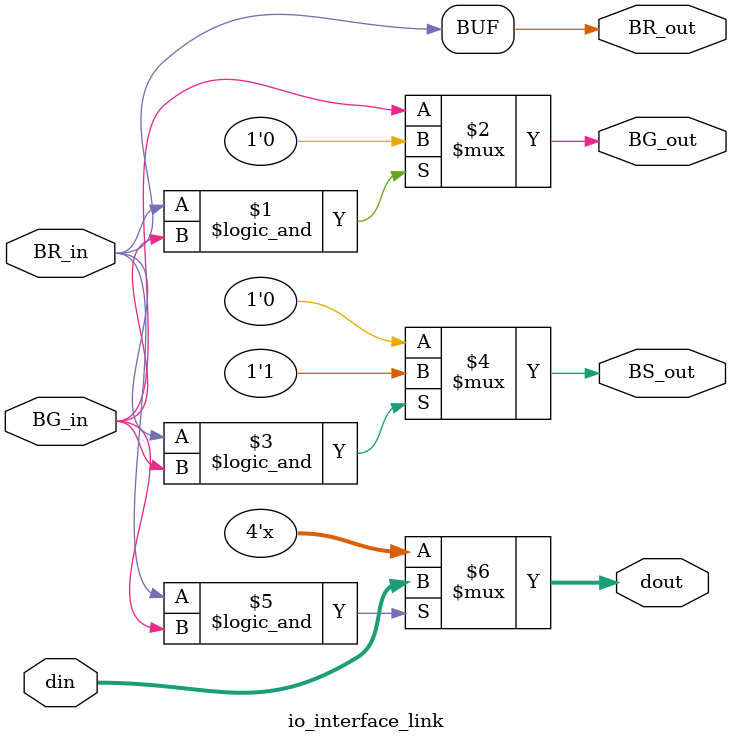
<source format=v>
`timescale 1ns / 1ps

module io_interface_link(
    input BG_in, // ÓÉÆäËûÉè±¸½øÀ´µÄBGÐÅºÅ
    output BG_out, // ¸øÆäËûÉè±¸µÄBGÐÅºÅ£¨Á´Ê½£©
    input BR_in,    // Íâ²¿ÊäÈëµÄ×ÜÏßÇëÇó
    output BR_out,  // Êä³ö£º×ÜÏßÇëÇóÐÅºÅ
    output BS_out,  // Êä³ö£º×ÜÏßÃ¦ÐÅºÅ
    input [3:0]din, // ÇëÇóµØÖ·£ºÍâ²¿ÊäÈë
    output [3:0]dout    // ·ÅÔÚµØÖ·×ÜÏßÉÏµÄÊý¾Ý
    );
    //Éè±¸ ÊÕµ½BG_inÇÒ×ÔÉíÓÐBR_out Ê±£º
    //½Ø¶ÏBG_out£¬·¢³ö×ÜÏßÕ¼ÓÃÐÅºÅBS_out£¬Êä³öÊý¾Ýdout
    //BR_inÔÚ·ÂÕæÖÐ×Ô¶¯³·ÏÂ
    assign BG_out=(BR_out&&BG_in)?1'b0:BG_in;
    assign BR_out=BR_in;
    assign BS_out=(BR_out&&BG_in)?1'b1:1'b0;
    assign dout=(BR_out&&BG_in)?din:4'bzzzz;

endmodule

</source>
